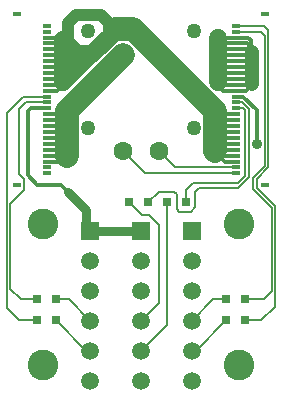
<source format=gtl>
G04*
G04 #@! TF.GenerationSoftware,Altium Limited,Altium Designer,23.10.1 (27)*
G04*
G04 Layer_Physical_Order=1*
G04 Layer_Color=255*
%FSLAX25Y25*%
%MOIN*%
G70*
G04*
G04 #@! TF.SameCoordinates,63F36303-5D97-42AD-868C-FB7FB63341C3*
G04*
G04*
G04 #@! TF.FilePolarity,Positive*
G04*
G01*
G75*
%ADD11C,0.00591*%
%ADD12R,0.03150X0.03150*%
%ADD13R,0.03150X0.01181*%
%ADD14R,0.03150X0.01575*%
%ADD23C,0.01181*%
%ADD24C,0.04724*%
%ADD25C,0.00512*%
%ADD26C,0.05906*%
%ADD27C,0.03150*%
%ADD28C,0.07874*%
%ADD29C,0.03937*%
%ADD30C,0.10236*%
%ADD31R,0.05906X0.05906*%
%ADD32C,0.05906*%
%ADD33C,0.06299*%
%ADD34C,0.05000*%
%ADD35C,0.03543*%
D11*
X-5906Y-17323D02*
X1378Y-24606D01*
X31496D01*
X5906Y-17323D02*
X11220Y-22638D01*
X31496D01*
D12*
X14961Y-34252D02*
D03*
X8661D02*
D03*
X2362D02*
D03*
X-3937D02*
D03*
X34646Y-66535D02*
D03*
X28346D02*
D03*
X34646Y-73622D02*
D03*
X28346D02*
D03*
X-34646Y-66535D02*
D03*
X-28346D02*
D03*
X-34646Y-73622D02*
D03*
X-28346D02*
D03*
D13*
X-31496Y22638D02*
D03*
Y20669D02*
D03*
Y18701D02*
D03*
Y14764D02*
D03*
Y12795D02*
D03*
Y10827D02*
D03*
Y6890D02*
D03*
Y4921D02*
D03*
Y2953D02*
D03*
Y984D02*
D03*
Y-984D02*
D03*
Y-2953D02*
D03*
Y-4921D02*
D03*
Y-6890D02*
D03*
Y-10827D02*
D03*
Y-12795D02*
D03*
Y-14764D02*
D03*
Y-18701D02*
D03*
Y-20669D02*
D03*
Y-22638D02*
D03*
Y24606D02*
D03*
Y16732D02*
D03*
Y8858D02*
D03*
Y-8858D02*
D03*
Y-16732D02*
D03*
Y-24606D02*
D03*
X31496Y-22638D02*
D03*
Y-20669D02*
D03*
Y-18701D02*
D03*
Y-14764D02*
D03*
Y-12795D02*
D03*
Y-10827D02*
D03*
Y-6890D02*
D03*
Y-4921D02*
D03*
Y-2953D02*
D03*
Y-984D02*
D03*
Y984D02*
D03*
Y2953D02*
D03*
Y4921D02*
D03*
Y6890D02*
D03*
Y10827D02*
D03*
Y12795D02*
D03*
Y14764D02*
D03*
Y18701D02*
D03*
Y20669D02*
D03*
Y22638D02*
D03*
Y-24606D02*
D03*
Y-16732D02*
D03*
Y-8858D02*
D03*
Y8858D02*
D03*
Y16732D02*
D03*
Y24606D02*
D03*
D14*
X-41339Y28543D02*
D03*
Y-28543D02*
D03*
X41339Y-28543D02*
D03*
Y28543D02*
D03*
D23*
X36614Y16781D02*
X37008Y16387D01*
X35827Y17568D02*
X36614Y16781D01*
Y19685D01*
Y16142D02*
Y16781D01*
Y16142D02*
X37008Y15748D01*
X31496Y20669D02*
X35630D01*
X36614Y19685D01*
X35135Y18701D02*
X35827Y18009D01*
X31496Y18701D02*
X35135D01*
X37008Y15748D02*
Y16387D01*
X35827Y17568D02*
Y18009D01*
X35384Y16732D02*
X36369Y15748D01*
X31496Y16732D02*
X35384D01*
X36369Y15748D02*
X37008D01*
X35384Y14764D02*
X36369Y15748D01*
X31496Y14764D02*
X35384D01*
X31496Y12795D02*
X36614D01*
X37008Y13189D01*
X36811Y10827D02*
X37008Y10630D01*
X31496Y10827D02*
X36811D01*
X34843Y8858D02*
X36614Y10630D01*
X37008D01*
X31496Y8858D02*
X34843D01*
X36614Y5118D02*
X37008D01*
X31496Y6890D02*
X34843D01*
X36614Y5118D01*
X34843Y2953D02*
X36811Y4921D01*
X37008Y5118D01*
X31496Y4921D02*
X36811D01*
X31496Y2953D02*
X34843D01*
X38583Y-14961D02*
Y-3543D01*
X34055Y984D02*
X38583Y-3543D01*
X31496Y984D02*
X34055D01*
X-26772Y-28346D02*
X-24409Y-30709D01*
X-34646Y-28346D02*
X-26772D01*
X-37795Y-25197D02*
X-34646Y-28346D01*
X-37795Y-25197D02*
Y-3937D01*
X-36811Y-2953D01*
X-31496D01*
X24626Y-17343D02*
Y-17126D01*
Y-17343D02*
X27953Y-20669D01*
X31496D01*
X26280Y3937D02*
X27264Y2953D01*
X25492Y20669D02*
X31496D01*
X-28150Y2953D02*
X-26870Y4232D01*
X27264Y2953D02*
X31496D01*
X27953Y4921D02*
X31496D01*
X27953Y18701D02*
X31496D01*
X27953Y16732D02*
X31496D01*
X27953Y14764D02*
X31496D01*
X27953Y12795D02*
X31496D01*
X27953Y10827D02*
X31496D01*
X27953Y8858D02*
X31496D01*
X27953Y6890D02*
X31496D01*
X27953Y-4921D02*
X31496D01*
X27953Y-6890D02*
X31496D01*
X27953Y-8858D02*
X31496D01*
X27953Y-10827D02*
X31496D01*
X27953Y-12795D02*
X31496D01*
X27953Y-14764D02*
X31496D01*
X27953Y-16732D02*
X31496D01*
X27953Y-18701D02*
X31496D01*
X-31496Y-20669D02*
X-27953D01*
X-31496Y-18701D02*
X-27953D01*
X-31496Y-16732D02*
X-27953D01*
X-31496Y-14764D02*
X-27953D01*
X-31496Y-12795D02*
X-27953D01*
X-31496Y-10827D02*
X-27953D01*
X-31496Y-8858D02*
X-27953D01*
X-31496Y-6890D02*
X-27953D01*
X-31496Y-4921D02*
X-27953D01*
X-31496Y2953D02*
X-28150D01*
X-31496Y4921D02*
X-27953D01*
X-31496Y6890D02*
X-27953D01*
X-31496Y8858D02*
X-27953D01*
X-31496Y10827D02*
X-27953D01*
X-31496Y12795D02*
X-27953D01*
X-31496Y14764D02*
X-27953D01*
X-31496Y16732D02*
X-27953D01*
X-31496Y18701D02*
X-27953D01*
Y20669D02*
X-27953Y20669D01*
X-31496Y20669D02*
X-27953D01*
D24*
X37008Y13189D02*
Y15748D01*
Y10630D02*
Y13189D01*
Y5118D02*
Y10630D01*
D25*
X41339Y-22132D02*
Y21260D01*
X42421Y-22441D02*
Y23228D01*
X31496Y-2953D02*
X34055D01*
X34646Y-25591D02*
Y-3543D01*
X33661Y-984D02*
X35827Y-3150D01*
X34055Y-2953D02*
X34646Y-3543D01*
X31496Y-984D02*
X33661D01*
X35827Y-25984D02*
Y-3150D01*
X0Y-73701D02*
X5906Y-67795D01*
X0Y-83701D02*
X8661Y-75039D01*
Y-34252D01*
X5906Y-67795D02*
Y-41732D01*
X2756Y-38583D02*
X5906Y-41732D01*
X-3937Y-34252D02*
X394Y-38583D01*
X2756D01*
X2362Y-34252D02*
X5906Y-30709D01*
X11024D01*
X11811Y-36614D02*
Y-31496D01*
X11024Y-30709D02*
X11811Y-31496D01*
X12598Y-37402D02*
X16535D01*
X11811Y-36614D02*
X12598Y-37402D01*
X16535D02*
X18110Y-35827D01*
Y-30709D01*
X19291Y-29528D01*
X32283D01*
X32283Y-27953D02*
X34646Y-25591D01*
X14961Y-30315D02*
X17323Y-27953D01*
X32283D01*
X32283Y-29528D02*
X35827Y-25984D01*
X14961Y-34252D02*
Y-30315D01*
X-40551Y-24803D02*
Y-3150D01*
X24094Y-66535D02*
X28346D01*
X16929Y-73701D02*
X24094Y-66535D01*
X18268Y-83701D02*
X28346Y-73622D01*
X16929Y-83701D02*
X18268D01*
X-18268D02*
X-16929D01*
X-28346Y-73622D02*
X-18268Y-83701D01*
X-24094Y-66535D02*
X-16929Y-73701D01*
X-28346Y-66535D02*
X-24094D01*
X-40157D02*
X-34646D01*
X-43563Y-63130D02*
X-40157Y-66535D01*
X-43563Y-63130D02*
Y-34902D01*
X-38976Y-30315D01*
Y-26378D01*
X-40551Y-24803D02*
X-38976Y-26378D01*
X-38386Y-984D02*
X-31496D01*
X-40551Y-3150D02*
X-38386Y-984D01*
X-40551Y-73622D02*
X-34646D01*
X-44547Y-69626D02*
Y-4331D01*
Y-69626D02*
X-40551Y-73622D01*
X-44547Y-4331D02*
X-39232Y984D01*
X-31496D01*
X34646Y-66535D02*
X40945D01*
X43563Y-63917D02*
Y-36083D01*
X40945Y-66535D02*
X43563Y-63917D01*
X44547Y-69036D02*
Y-35492D01*
X38484Y-29429D02*
X44547Y-35492D01*
X39961Y-73622D02*
X44547Y-69036D01*
X37402Y-29921D02*
X43563Y-36083D01*
X38484Y-29429D02*
Y-26378D01*
X37402Y-29921D02*
Y-26069D01*
X38484Y-26378D02*
X42421Y-22441D01*
X37402Y-26069D02*
X41339Y-22132D01*
X39961Y22638D02*
X41339Y21260D01*
X31496Y22638D02*
X39961D01*
X34646Y-73622D02*
X39961D01*
X41043Y24606D02*
X42421Y23228D01*
X31496Y24606D02*
X41043D01*
D26*
X25492Y6004D02*
Y15551D01*
Y20669D01*
X-21358Y15157D02*
X-16732D01*
X-25886Y6004D02*
X-16732Y15157D01*
X-16240D01*
X-25886Y6004D02*
Y19685D01*
X-21358Y15157D01*
X-16240D02*
X-8858Y22539D01*
Y23622D01*
D27*
X-16929Y-43701D02*
X-16929Y-43701D01*
X0D01*
X-18307Y-42323D02*
X-16929Y-43701D01*
X-18307Y-42323D02*
Y-36811D01*
X-24409Y-30709D02*
X-18307Y-36811D01*
D28*
X5906Y14961D02*
X24626Y-3760D01*
Y-17126D02*
Y-3760D01*
X-8858Y23622D02*
X-2756D01*
X5906Y14961D01*
X-24626Y-3760D02*
X-5906Y14961D01*
X-24626Y-18976D02*
Y-3760D01*
D29*
X-25886Y19685D02*
X-24409Y21161D01*
Y25591D01*
X-21752Y28248D01*
X-13484D01*
X-8858Y23622D01*
D30*
X32677Y-41339D02*
D03*
Y-88583D02*
D03*
X-32677D02*
D03*
Y-41339D02*
D03*
D31*
X16929Y-43701D02*
D03*
X0D02*
D03*
X-16929Y-43701D02*
D03*
D32*
X16929Y-53701D02*
D03*
X16929Y-63701D02*
D03*
X16929Y-73701D02*
D03*
X16929Y-83701D02*
D03*
Y-93701D02*
D03*
X0Y-53701D02*
D03*
Y-63701D02*
D03*
Y-73701D02*
D03*
Y-83701D02*
D03*
Y-93701D02*
D03*
X-16929Y-53701D02*
D03*
X-16929Y-63701D02*
D03*
X-16929Y-73701D02*
D03*
Y-83701D02*
D03*
X-16929Y-93701D02*
D03*
D33*
X5906Y-17323D02*
D03*
X-5906D02*
D03*
X5906Y14961D02*
D03*
X-5906D02*
D03*
D34*
X17717Y-9606D02*
D03*
X-17717D02*
D03*
X17717Y22677D02*
D03*
X-17717D02*
D03*
D35*
X37008Y15748D02*
D03*
Y10630D02*
D03*
Y5118D02*
D03*
X38583Y-14961D02*
D03*
X25506Y5243D02*
D03*
X25591Y10335D02*
D03*
X25492Y15551D02*
D03*
Y20669D02*
D03*
M02*

</source>
